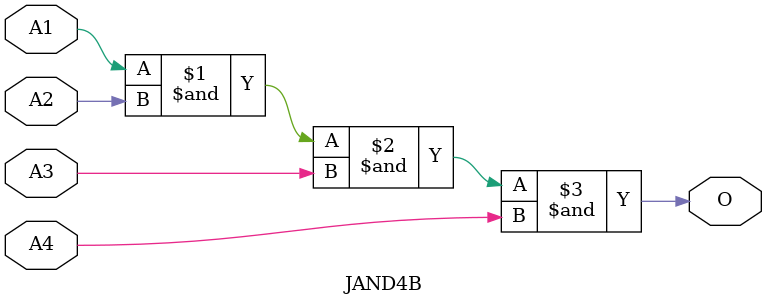
<source format=v>
module JAND4B(A1, A2, A3, A4, O);
input   A1;
input   A2;
input   A3;
input   A4;
output  O;
and g0(O, A1, A2, A3, A4);
endmodule
</source>
